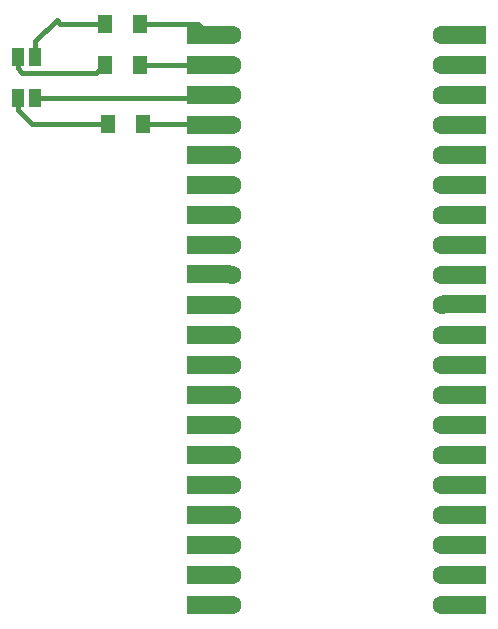
<source format=gbr>
%TF.GenerationSoftware,KiCad,Pcbnew,9.0.5*%
%TF.CreationDate,2025-11-24T11:44:41-05:00*%
%TF.ProjectId,bluetooth,626c7565-746f-46f7-9468-2e6b69636164,rev?*%
%TF.SameCoordinates,Original*%
%TF.FileFunction,Copper,L1,Top*%
%TF.FilePolarity,Positive*%
%FSLAX46Y46*%
G04 Gerber Fmt 4.6, Leading zero omitted, Abs format (unit mm)*
G04 Created by KiCad (PCBNEW 9.0.5) date 2025-11-24 11:44:41*
%MOMM*%
%LPD*%
G01*
G04 APERTURE LIST*
%TA.AperFunction,SMDPad,CuDef*%
%ADD10R,1.200000X1.600000*%
%TD*%
%TA.AperFunction,SMDPad,CuDef*%
%ADD11R,1.000000X1.500000*%
%TD*%
%TA.AperFunction,SMDPad,CuDef*%
%ADD12R,3.810000X1.600000*%
%TD*%
%TA.AperFunction,ComponentPad*%
%ADD13C,1.600000*%
%TD*%
%TA.AperFunction,Conductor*%
%ADD14C,0.400000*%
%TD*%
G04 APERTURE END LIST*
D10*
%TO.P,R1,2*%
%TO.N,Net-(D1-GK)*%
X121080400Y-83058000D03*
%TO.P,R1,1*%
%TO.N,Net-(M1-GP1)*%
X124080400Y-83058000D03*
%TD*%
D11*
%TO.P,D1,4,GK*%
%TO.N,Net-(D1-GK)*%
X113702400Y-82425600D03*
%TO.P,D1,3,BK*%
%TO.N,Net-(D1-BK)*%
X115202400Y-82425600D03*
%TO.P,D1,2,A*%
%TO.N,Net-(D1-A)*%
X115202400Y-85925600D03*
%TO.P,D1,1,RK*%
%TO.N,Net-(D1-RK)*%
X113702400Y-85925600D03*
%TD*%
D10*
%TO.P,R3,1*%
%TO.N,Net-(M1-GP0)*%
X124080400Y-79603600D03*
%TO.P,R3,2*%
%TO.N,Net-(D1-BK)*%
X121080400Y-79603600D03*
%TD*%
%TO.P,R2,1*%
%TO.N,Net-(M1-GP2)*%
X124334400Y-88087200D03*
%TO.P,R2,2*%
%TO.N,Net-(D1-RK)*%
X121334400Y-88087200D03*
%TD*%
D12*
%TO.P,M1,1,GP0*%
%TO.N,Net-(M1-GP0)*%
X129895600Y-80518000D03*
D13*
X131800600Y-80518000D03*
D12*
%TO.P,M1,2,GP1*%
%TO.N,Net-(M1-GP1)*%
X129895600Y-83058000D03*
D13*
X131800600Y-83058000D03*
D12*
%TO.P,M1,3,GND*%
%TO.N,Net-(D1-A)*%
X129895600Y-85598000D03*
D13*
X131800600Y-85598000D03*
D12*
%TO.P,M1,4,GP2*%
%TO.N,Net-(M1-GP2)*%
X129895600Y-88138000D03*
D13*
X131800600Y-88138000D03*
D12*
%TO.P,M1,5,GP3*%
%TO.N,unconnected-(M1-GP3-Pad5)*%
X129895600Y-90678000D03*
D13*
X131800600Y-90678000D03*
D12*
%TO.P,M1,6,GP4*%
%TO.N,unconnected-(M1-GP4-Pad6)*%
X129895600Y-93218000D03*
D13*
X131800600Y-93218000D03*
D12*
%TO.P,M1,7,GP5*%
%TO.N,unconnected-(M1-GP5-Pad7)*%
X129895600Y-95758000D03*
D13*
X131800600Y-95758000D03*
D12*
%TO.P,M1,8,GND*%
%TO.N,Net-(D1-A)*%
X129895600Y-98298000D03*
D13*
X131800600Y-98298000D03*
D12*
%TO.P,M1,9,GP6*%
%TO.N,unconnected-(M1-GP6-Pad9)*%
X129895600Y-100828444D03*
D13*
X131800600Y-100838000D03*
D12*
%TO.P,M1,10,GP7*%
%TO.N,unconnected-(M1-GP7-Pad10)*%
X129895600Y-103378000D03*
D13*
X131800600Y-103378000D03*
D12*
%TO.P,M1,11,GP8*%
%TO.N,unconnected-(M1-GP8-Pad11)*%
X129895600Y-105918000D03*
D13*
X131800600Y-105918000D03*
D12*
%TO.P,M1,12,GP9*%
%TO.N,unconnected-(M1-GP9-Pad12)*%
X129895600Y-108458000D03*
D13*
X131800600Y-108458000D03*
D12*
%TO.P,M1,13,GND*%
%TO.N,Net-(D1-A)*%
X129895600Y-110998000D03*
D13*
X131800600Y-110998000D03*
D12*
%TO.P,M1,14,GP10*%
%TO.N,unconnected-(M1-GP10-Pad14)*%
X129895600Y-113538000D03*
D13*
X131800600Y-113538000D03*
D12*
%TO.P,M1,15,GP11*%
%TO.N,unconnected-(M1-GP11-Pad15)*%
X129895600Y-116078000D03*
D13*
X131800600Y-116078000D03*
D12*
%TO.P,M1,16,GP12*%
%TO.N,unconnected-(M1-GP12-Pad16)*%
X129895600Y-118618000D03*
D13*
X131800600Y-118618000D03*
D12*
%TO.P,M1,17,GP13*%
%TO.N,unconnected-(M1-GP13-Pad17)*%
X129895600Y-121158000D03*
D13*
X131800600Y-121158000D03*
D12*
%TO.P,M1,18,GND*%
%TO.N,Net-(D1-A)*%
X129895600Y-123698000D03*
D13*
X131800600Y-123698000D03*
D12*
%TO.P,M1,19,GP14*%
%TO.N,unconnected-(M1-GP14-Pad19)*%
X129895600Y-126238000D03*
D13*
X131800600Y-126238000D03*
D12*
%TO.P,M1,20,GP15*%
%TO.N,unconnected-(M1-GP15-Pad20)*%
X129895600Y-128778000D03*
D13*
X131800600Y-128778000D03*
%TO.P,M1,21,GP16*%
%TO.N,unconnected-(M1-GP16-Pad21)*%
X149580600Y-128778000D03*
D12*
X151485600Y-128778000D03*
D13*
%TO.P,M1,22,GP17*%
%TO.N,unconnected-(M1-GP17-Pad22)*%
X149580600Y-126238000D03*
D12*
X151485600Y-126238000D03*
D13*
%TO.P,M1,23,GND*%
%TO.N,Net-(D1-A)*%
X149580600Y-123698000D03*
D12*
X151485600Y-123698000D03*
D13*
%TO.P,M1,24,GP18*%
%TO.N,unconnected-(M1-GP18-Pad24)*%
X149580600Y-121158000D03*
D12*
X151485600Y-121158000D03*
D13*
%TO.P,M1,25,GP19*%
%TO.N,unconnected-(M1-GP19-Pad25)*%
X149580600Y-118618000D03*
D12*
X151485600Y-118618000D03*
D13*
%TO.P,M1,26,GP20*%
%TO.N,unconnected-(M1-GP20-Pad26)*%
X149580600Y-116078000D03*
D12*
X151485600Y-116078000D03*
D13*
%TO.P,M1,27,GP21*%
%TO.N,unconnected-(M1-GP21-Pad27)*%
X149580600Y-113538000D03*
D12*
X151485600Y-113538000D03*
D13*
%TO.P,M1,28,GND*%
%TO.N,Net-(D1-A)*%
X149580600Y-110998000D03*
D12*
X151485600Y-110998000D03*
D13*
%TO.P,M1,29,GP22*%
%TO.N,unconnected-(M1-GP22-Pad29)*%
X149580600Y-108458000D03*
D12*
X151485600Y-108458000D03*
D13*
%TO.P,M1,30,RUN*%
%TO.N,unconnected-(M1-RUN-Pad30)*%
X149580600Y-105918000D03*
D12*
X151485600Y-105918000D03*
D13*
%TO.P,M1,31,GP26*%
%TO.N,unconnected-(M1-GP26-Pad31)*%
X149580600Y-103378000D03*
D12*
X151477043Y-103350136D03*
D13*
%TO.P,M1,32,GP27*%
%TO.N,unconnected-(M1-GP27-Pad32)*%
X149580600Y-100838000D03*
D12*
X151485600Y-100838000D03*
D13*
%TO.P,M1,33,GND*%
%TO.N,Net-(D1-A)*%
X149580600Y-98298000D03*
D12*
X151485600Y-98298000D03*
D13*
%TO.P,M1,34,GP28*%
%TO.N,unconnected-(M1-GP28-Pad34)*%
X149580600Y-95758000D03*
D12*
X151485600Y-95758000D03*
D13*
%TO.P,M1,35,ADC_VREF*%
%TO.N,unconnected-(M1-ADC_VREF-Pad35)*%
X149580600Y-93218000D03*
D12*
X151485600Y-93218000D03*
D13*
%TO.P,M1,36,3V3_OUT*%
%TO.N,unconnected-(M1-3V3_OUT-Pad36)*%
X149580600Y-90678000D03*
D12*
X151485600Y-90678000D03*
D13*
%TO.P,M1,37,3V3_EN*%
%TO.N,unconnected-(M1-3V3_EN-Pad37)*%
X149580600Y-88138000D03*
D12*
X151485600Y-88138000D03*
D13*
%TO.P,M1,38,GND*%
%TO.N,Net-(D1-A)*%
X149580600Y-85598000D03*
D12*
X151485600Y-85598000D03*
D13*
%TO.P,M1,39,VSYS*%
%TO.N,unconnected-(M1-VSYS-Pad39)*%
X149580600Y-83058000D03*
D12*
X151485600Y-83058000D03*
D13*
%TO.P,M1,40,VBUS*%
%TO.N,unconnected-(M1-VBUS-Pad40)*%
X149580600Y-80518000D03*
D12*
X151485600Y-80518000D03*
%TD*%
D14*
%TO.N,Net-(D1-GK)*%
X113702400Y-82425600D02*
X113702400Y-83377600D01*
X113702400Y-83377600D02*
X114101400Y-83776600D01*
X114101400Y-83776600D02*
X120361800Y-83776600D01*
X120361800Y-83776600D02*
X121080400Y-83058000D01*
%TO.N,Net-(D1-BK)*%
X115202400Y-81088800D02*
X116992400Y-79298800D01*
X116992400Y-79298800D02*
X117297200Y-79603600D01*
X117297200Y-79603600D02*
X121080400Y-79603600D01*
X115202400Y-82425600D02*
X115202400Y-81088800D01*
%TO.N,Net-(D1-A)*%
X115202400Y-85925600D02*
X129568000Y-85925600D01*
X129568000Y-85925600D02*
X129895600Y-85598000D01*
%TO.N,Net-(D1-RK)*%
X121334400Y-88087200D02*
X114912000Y-88087200D01*
X114912000Y-88087200D02*
X113702400Y-86877600D01*
X113702400Y-86877600D02*
X113702400Y-85925600D01*
%TO.N,Net-(M1-GP2)*%
X124334400Y-88087200D02*
X129844800Y-88087200D01*
X129844800Y-88087200D02*
X129895600Y-88138000D01*
%TO.N,Net-(M1-GP1)*%
X124080400Y-83058000D02*
X129895600Y-83058000D01*
%TO.N,Net-(M1-GP0)*%
X124080400Y-79603600D02*
X128981200Y-79603600D01*
X128981200Y-79603600D02*
X129895600Y-80518000D01*
%TD*%
M02*

</source>
